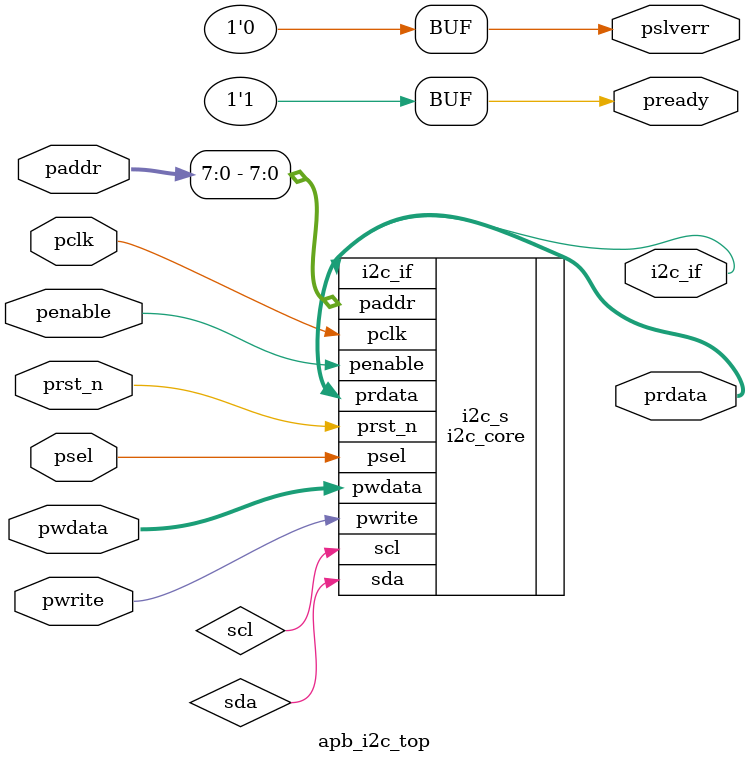
<source format=sv>


module apb_i2c_top (
   
    output			i2c_if,		// From icore of i2c_core.v
    input           pclk,
    input           prst_n,
    input wire [31:0]		paddr,			// From apbmaster of apb_master.v
    input wire			penable,		// From apbmaster of apb_master.v
    output [31:0]		prdata,		// From icore of i2c_core.v
    input wire			psel,			// From apbmaster of apb_master.v
    input wire [31:0]		pwdata,			// From apbmaster of apb_master.v
    input wire			pwrite,			// From apbmaster of apb_master.v
	output              pready,
	output              pslverr
);
// End of automatics
wire sda, scl;
i2c_core 	i2c_s(/*AUTOINST*/
		      // Outputs
		      .i2c_if		(i2c_if),
		      .prdata		(prdata[31:0]),
		      // Inouts
		      .sda		    (sda),
		      .scl		(   scl),
		      // Inputs
		      .paddr		(paddr[7:0]),
		      .pclk		    (pclk),
		      .penable		(penable),
		      .prst_n		(prst_n),
		      .psel		    (psel),
		      .pwdata		(pwdata[31:0]),
		      .pwrite		(pwrite)
              );

assign   pready   = 1'b1;
assign   pslverr  = 1'b0;
endmodule  

</source>
